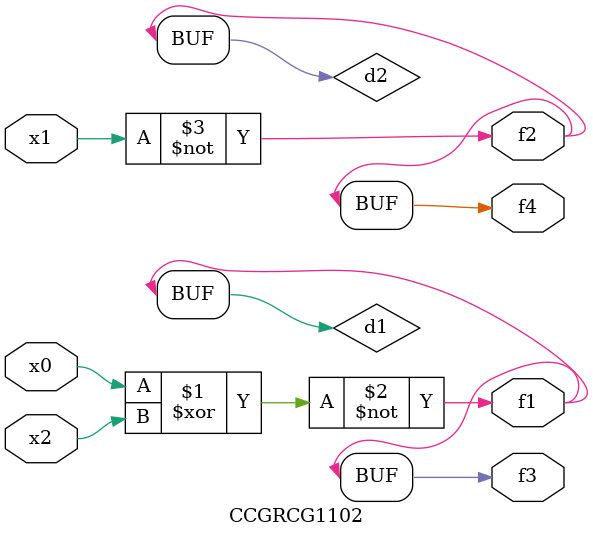
<source format=v>
module CCGRCG1102(
	input x0, x1, x2,
	output f1, f2, f3, f4
);

	wire d1, d2, d3;

	xnor (d1, x0, x2);
	nand (d2, x1);
	nor (d3, x1, x2);
	assign f1 = d1;
	assign f2 = d2;
	assign f3 = d1;
	assign f4 = d2;
endmodule

</source>
